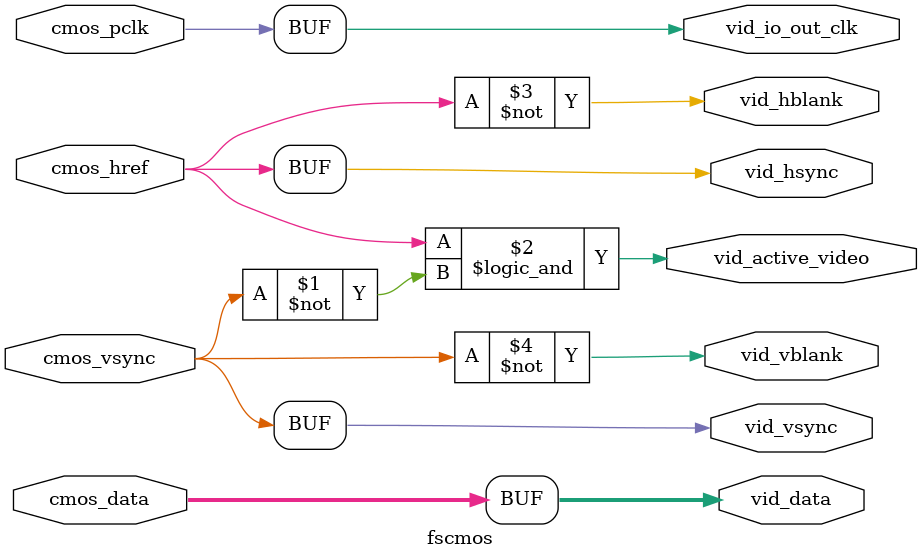
<source format=v>
`timescale 1ns / 1ps
module fscmos #
(
	// Users to add parameters here
	parameter integer C_DATA_WIDTH	= 8
)
(
	input wire		cmos_pclk,

	input wire		cmos_vsync,
	input wire		cmos_href,
	input wire [C_DATA_WIDTH-1:0]	cmos_data,

	output wire		vid_active_video,
	output wire[C_DATA_WIDTH-1:0]	vid_data,
	output wire		vid_hblank,
	output wire		vid_hsync,
	output wire		vid_vblank,
	output wire		vid_vsync,

	output wire		vid_io_out_clk
);

	assign vid_io_out_clk = cmos_pclk;
	assign vid_active_video= (cmos_href && ~cmos_vsync);
	assign vid_data = cmos_data;
	assign vid_hblank = ~cmos_href;
	assign vid_hsync = cmos_href;

	assign vid_vsync = cmos_vsync;
	assign vid_vblank = ~cmos_vsync;
endmodule

</source>
